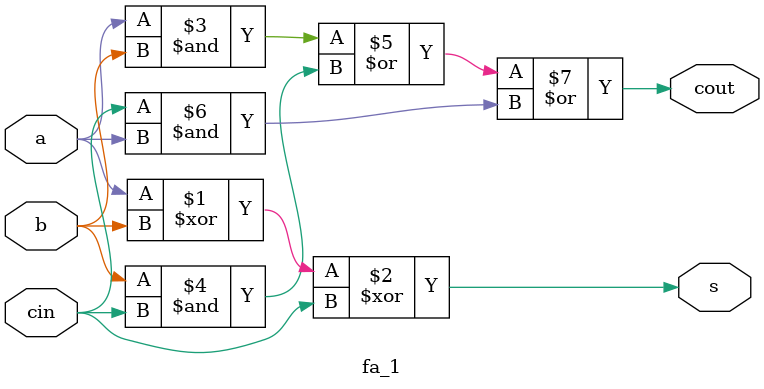
<source format=v>
`timescale 1ns / 1ps

module bcd_adder(a,b,c,sum,carry); 
input [3:0]a,b; 
input c; 
output[3:0]sum; 
output carry; 
wire [3:0]s;
wire [1:0]w;

rca_4 u0(a,b,c,s,c1);
rca_4 u1(s,{1'b0,carry,carry,1'b0},1'b0,sum,c2);
and u2(w[0],s[3],s[2]);
and u3(w[1],s[3],s[1]);
or u4(carry,w[0],w[1],c1);
endmodule

module rca_4(a,b,cin,s,cout);
input [3:0]a,b;
input cin;
output [3:0]s;
output cout;
wire [2:0]c;
fa_1 u0(a[0],b[0],cin,s[0],c[0]);
fa_1 u1(a[1],b[1],c[0],s[1],c[1]);
fa_1 u2(a[2],b[2],c[1],s[2],c[2]);
fa_1 u3(a[3],b[3],c[2],s[3],cout);
endmodule

module fa_1(a,b,cin,s,cout);
input a,b,cin;
output s,cout;
assign s=a^b^cin;
assign cout=(a&b)|(b&cin)|(cin&a);
endmodule

</source>
